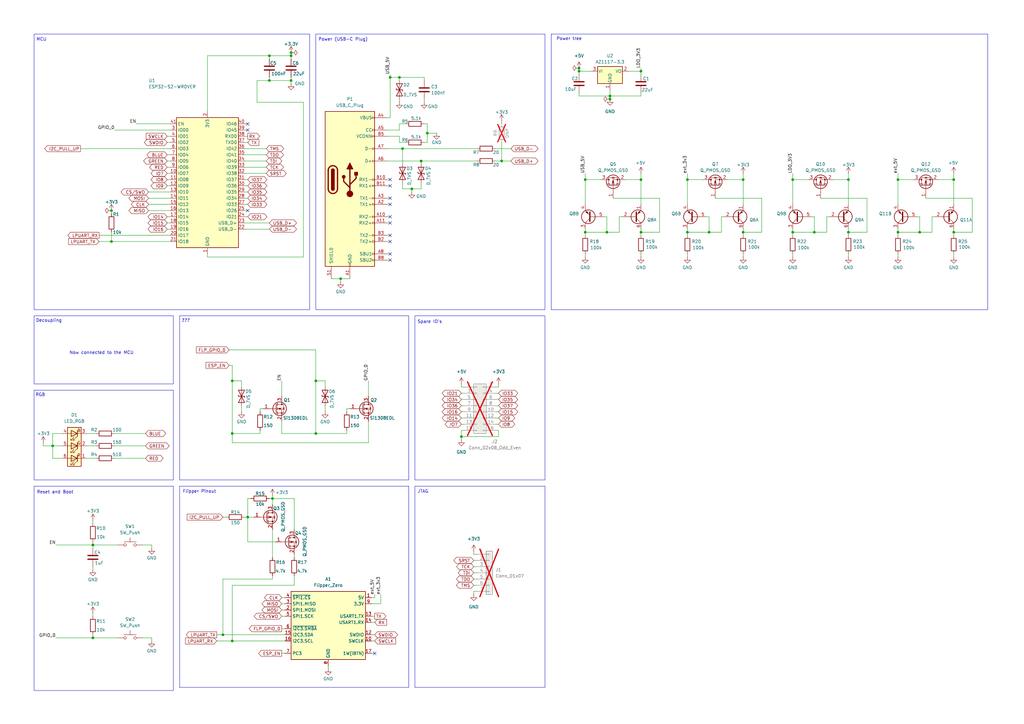
<source format=kicad_sch>
(kicad_sch (version 20250114) (generator "eeschema") (generator_version "9.0")
  (paper "A3")
  (rectangle (start 13.97 199.39) (end 71.12 283.21))
  (rectangle (start 170.18 199.39) (end 223.52 281.94))
  (rectangle (start 170.18 129.54) (end 223.52 196.85))
  (rectangle (start 226.06 13.97) (end 405.13 127))
  (rectangle (start 73.66 199.39) (end 167.64 281.94))
  (rectangle (start 13.97 13.97) (end 127 127))
  (rectangle (start 73.66 129.54) (end 167.64 196.85))
  (rectangle (start 13.97 129.54) (end 71.12 157.48))
  (rectangle (start 129.54 13.97) (end 223.52 127))
  (rectangle (start 13.97 160.02) (end 71.12 196.85))
  (text "Flipper Pinout" (at 81.788 201.676 0) (effects (font (size 1.27 1.27))))
  (text "Reset and Boot" (at 22.606 201.93 0) (effects (font (size 1.27 1.27))))
  (text "Now connected to the MCU" (at 41.656 144.78 0) (effects (font (size 1.27 1.27))))
  (text "???" (at 76.2 131.572 0) (effects (font (size 1.27 1.27))))
  (text "Spare IO's" (at 176.276 132.08 0) (effects (font (size 1.27 1.27))))
  (text "MCU" (at 17.018 16.256 0) (effects (font (size 1.27 1.27))))
  (text "Power (USB-C Plug)" (at 140.716 16.256 0) (effects (font (size 1.27 1.27))))
  (text "JTAG" (at 173.482 201.676 0) (effects (font (size 1.27 1.27))))
  (text "Decoupling" (at 20.066 131.572 0) (effects (font (size 1.27 1.27))))
  (text "RGB" (at 16.51 162.052 0) (effects (font (size 1.27 1.27))))
  (text "Power tree" (at 233.426 16.002 0) (effects (font (size 1.27 1.27))))
  (junction (at 45.72 86.36))
  (junction (at 189.23 179.07))
  (junction (at 119.38 21.59))
  (junction (at 38.1 223.52))
  (junction (at 95.25 177.8))
  (junction (at 368.3 95.25))
  (junction (at 139.7 114.3))
  (junction (at 240.03 95.25))
  (junction (at 165.1 60.96))
  (junction (at 250.19 39.37))
  (junction (at 172.72 66.04))
  (junction (at 119.38 33.02))
  (junction (at 391.16 95.25))
  (junction (at 101.6 212.09))
  (junction (at 304.8 95.25))
  (junction (at 262.89 95.25))
  (junction (at 240.03 73.66))
  (junction (at 290.83 95.25))
  (junction (at 111.76 204.47))
  (junction (at 262.89 73.66))
  (junction (at 175.26 54.61))
  (junction (at 119.38 22.86))
  (junction (at 91.44 260.35))
  (junction (at 262.89 29.21))
  (junction (at 110.49 33.02))
  (junction (at 347.98 95.25))
  (junction (at 347.98 73.66))
  (junction (at 95.25 156.21))
  (junction (at 129.54 156.21))
  (junction (at 163.83 31.75))
  (junction (at 168.91 77.47))
  (junction (at 325.12 95.25))
  (junction (at 45.72 99.06))
  (junction (at 248.92 95.25))
  (junction (at 95.25 262.89))
  (junction (at 129.54 177.8))
  (junction (at 160.02 31.75))
  (junction (at 237.49 27.94))
  (junction (at 205.74 66.04))
  (junction (at 38.1 261.62))
  (junction (at 281.94 73.66))
  (junction (at 250.19 40.64))
  (junction (at 110.49 22.86))
  (junction (at 281.94 95.25))
  (junction (at 334.01 95.25))
  (junction (at 304.8 73.66))
  (junction (at 391.16 73.66))
  (junction (at 237.49 29.21))
  (junction (at 377.19 95.25))
  (junction (at 368.3 73.66))
  (junction (at 21.59 182.88))
  (junction (at 325.12 73.66))
  (no_connect (at 160.02 91.44))
  (no_connect (at 160.02 104.14))
  (no_connect (at 101.6 53.34))
  (no_connect (at 160.02 96.52))
  (no_connect (at 160.02 81.28))
  (no_connect (at 160.02 76.2))
  (no_connect (at 160.02 73.66))
  (no_connect (at 101.6 86.36))
  (no_connect (at 101.6 50.8))
  (no_connect (at 160.02 88.9))
  (no_connect (at 160.02 99.06))
  (no_connect (at 153.67 267.97))
  (no_connect (at 160.02 83.82))
  (no_connect (at 160.02 106.68))
  (wire (pts (xy 93.98 143.51) (xy 129.54 143.51)))
  (wire (pts (xy 339.09 88.9) (xy 339.09 95.25)))
  (wire (pts (xy 120.65 227.33) (xy 120.65 228.6)))
  (wire (pts (xy 194.31 242.57) (xy 194.31 243.84)))
  (wire (pts (xy 62.23 223.52) (xy 62.23 224.79)))
  (wire (pts (xy 68.58 63.5) (xy 69.85 63.5)))
  (wire (pts (xy 347.98 95.25) (xy 347.98 93.98)))
  (wire (pts (xy 368.3 95.25) (xy 368.3 93.98)))
  (wire (pts (xy 111.76 203.2) (xy 111.76 204.47)))
  (wire (pts (xy 175.26 54.61) (xy 179.07 54.61)))
  (wire (pts (xy 55.88 50.8) (xy 69.85 50.8)))
  (wire (pts (xy 304.8 96.52) (xy 304.8 95.25)))
  (wire (pts (xy 325.12 71.12) (xy 325.12 73.66)))
  (wire (pts (xy 38.1 213.36) (xy 38.1 214.63)))
  (wire (pts (xy 21.59 187.96) (xy 21.59 182.88)))
  (wire (pts (xy 33.02 60.96) (xy 69.85 60.96)))
  (wire (pts (xy 124.46 105.41) (xy 85.09 105.41)))
  (wire (pts (xy 295.91 88.9) (xy 295.91 95.25)))
  (wire (pts (xy 391.16 96.52) (xy 391.16 95.25)))
  (wire (pts (xy 111.76 217.17) (xy 111.76 228.6)))
  (wire (pts (xy 251.46 81.28) (xy 270.51 81.28)))
  (wire (pts (xy 68.58 93.98) (xy 69.85 93.98)))
  (wire (pts (xy 106.68 168.91) (xy 106.68 167.64)))
  (wire (pts (xy 35.56 187.96) (xy 39.37 187.96)))
  (wire (pts (xy 158.75 81.28) (xy 160.02 81.28)))
  (wire (pts (xy 290.83 88.9) (xy 289.56 88.9)))
  (wire (pts (xy 368.3 71.12) (xy 368.3 73.66)))
  (wire (pts (xy 119.38 22.86) (xy 119.38 24.13)))
  (wire (pts (xy 248.92 95.25) (xy 240.03 95.25)))
  (wire (pts (xy 135.89 114.3) (xy 139.7 114.3)))
  (wire (pts (xy 105.41 33.02) (xy 110.49 33.02)))
  (wire (pts (xy 391.16 73.66) (xy 391.16 83.82)))
  (wire (pts (xy 262.89 71.12) (xy 262.89 73.66)))
  (wire (pts (xy 95.25 156.21) (xy 99.06 156.21)))
  (wire (pts (xy 95.25 262.89) (xy 116.84 262.89)))
  (wire (pts (xy 240.03 71.12) (xy 240.03 73.66)))
  (wire (pts (xy 377.19 88.9) (xy 375.92 88.9)))
  (wire (pts (xy 115.57 245.11) (xy 116.84 245.11)))
  (wire (pts (xy 60.96 78.74) (xy 69.85 78.74)))
  (wire (pts (xy 21.59 177.8) (xy 21.59 182.88)))
  (wire (pts (xy 262.89 38.1) (xy 262.89 39.37)))
  (wire (pts (xy 250.19 39.37) (xy 250.19 40.64)))
  (wire (pts (xy 142.24 168.91) (xy 142.24 167.64)))
  (wire (pts (xy 173.99 31.75) (xy 173.99 33.02)))
  (wire (pts (xy 110.49 31.75) (xy 110.49 33.02)))
  (wire (pts (xy 106.68 167.64) (xy 107.95 167.64)))
  (wire (pts (xy 100.33 50.8) (xy 101.6 50.8)))
  (wire (pts (xy 355.6 81.28) (xy 355.6 95.25)))
  (wire (pts (xy 60.96 81.28) (xy 69.85 81.28)))
  (wire (pts (xy 334.01 88.9) (xy 334.01 95.25)))
  (wire (pts (xy 203.2 158.75) (xy 204.47 158.75)))
  (wire (pts (xy 379.73 81.28) (xy 398.78 81.28)))
  (wire (pts (xy 205.74 58.42) (xy 205.74 66.04)))
  (wire (pts (xy 95.25 240.03) (xy 95.25 262.89)))
  (wire (pts (xy 158.75 88.9) (xy 160.02 88.9)))
  (wire (pts (xy 129.54 156.21) (xy 129.54 177.8)))
  (wire (pts (xy 189.23 166.37) (xy 190.5 166.37)))
  (wire (pts (xy 204.47 176.53) (xy 204.47 179.07)))
  (wire (pts (xy 100.33 66.04) (xy 109.22 66.04)))
  (wire (pts (xy 304.8 73.66) (xy 304.8 83.82)))
  (wire (pts (xy 158.75 99.06) (xy 160.02 99.06)))
  (wire (pts (xy 189.23 179.07) (xy 189.23 176.53)))
  (wire (pts (xy 240.03 73.66) (xy 240.03 83.82)))
  (wire (pts (xy 160.02 31.75) (xy 160.02 48.26)))
  (wire (pts (xy 68.58 76.2) (xy 69.85 76.2)))
  (wire (pts (xy 163.83 40.64) (xy 163.83 41.91)))
  (wire (pts (xy 255.27 88.9) (xy 254 88.9)))
  (wire (pts (xy 331.47 73.66) (xy 325.12 73.66)))
  (wire (pts (xy 158.75 66.04) (xy 172.72 66.04)))
  (wire (pts (xy 134.62 273.05) (xy 134.62 274.32)))
  (wire (pts (xy 189.23 168.91) (xy 190.5 168.91)))
  (wire (pts (xy 158.75 55.88) (xy 163.83 55.88)))
  (wire (pts (xy 391.16 95.25) (xy 391.16 93.98)))
  (wire (pts (xy 111.76 237.49) (xy 91.44 237.49)))
  (wire (pts (xy 95.25 149.86) (xy 95.25 156.21)))
  (wire (pts (xy 110.49 22.86) (xy 119.38 22.86)))
  (wire (pts (xy 325.12 73.66) (xy 325.12 83.82)))
  (wire (pts (xy 100.33 68.58) (xy 109.22 68.58)))
  (wire (pts (xy 368.3 104.14) (xy 368.3 105.41)))
  (wire (pts (xy 398.78 81.28) (xy 398.78 95.25)))
  (wire (pts (xy 203.2 171.45) (xy 204.47 171.45)))
  (wire (pts (xy 68.58 71.12) (xy 69.85 71.12)))
  (wire (pts (xy 115.57 252.73) (xy 116.84 252.73)))
  (wire (pts (xy 100.33 60.96) (xy 109.22 60.96)))
  (wire (pts (xy 101.6 222.25) (xy 113.03 222.25)))
  (wire (pts (xy 95.25 177.8) (xy 95.25 181.61)))
  (wire (pts (xy 35.56 182.88) (xy 39.37 182.88)))
  (wire (pts (xy 38.1 223.52) (xy 38.1 224.79)))
  (wire (pts (xy 152.4 262.89) (xy 153.67 262.89)))
  (wire (pts (xy 290.83 88.9) (xy 290.83 95.25)))
  (wire (pts (xy 347.98 71.12) (xy 347.98 73.66)))
  (wire (pts (xy 115.57 267.97) (xy 116.84 267.97)))
  (wire (pts (xy 165.1 74.93) (xy 165.1 77.47)))
  (wire (pts (xy 160.02 30.48) (xy 160.02 31.75)))
  (wire (pts (xy 281.94 73.66) (xy 281.94 83.82)))
  (wire (pts (xy 165.1 60.96) (xy 195.58 60.96)))
  (wire (pts (xy 129.54 177.8) (xy 142.24 177.8)))
  (wire (pts (xy 21.59 182.88) (xy 25.4 182.88)))
  (wire (pts (xy 45.72 99.06) (xy 69.85 99.06)))
  (wire (pts (xy 158.75 60.96) (xy 165.1 60.96)))
  (wire (pts (xy 40.64 99.06) (xy 45.72 99.06)))
  (wire (pts (xy 194.31 237.49) (xy 195.58 237.49)))
  (wire (pts (xy 133.35 166.37) (xy 133.35 168.91)))
  (wire (pts (xy 163.83 31.75) (xy 173.99 31.75)))
  (wire (pts (xy 203.2 60.96) (xy 209.55 60.96)))
  (wire (pts (xy 173.99 50.8) (xy 175.26 50.8)))
  (wire (pts (xy 151.13 156.21) (xy 151.13 162.56)))
  (wire (pts (xy 297.18 88.9) (xy 295.91 88.9)))
  (wire (pts (xy 46.99 187.96) (xy 59.69 187.96)))
  (wire (pts (xy 240.03 95.25) (xy 240.03 96.52)))
  (wire (pts (xy 152.4 260.35) (xy 153.67 260.35)))
  (wire (pts (xy 40.64 96.52) (xy 69.85 96.52)))
  (wire (pts (xy 160.02 31.75) (xy 163.83 31.75)))
  (wire (pts (xy 203.2 66.04) (xy 205.74 66.04)))
  (wire (pts (xy 110.49 204.47) (xy 111.76 204.47)))
  (wire (pts (xy 270.51 81.28) (xy 270.51 95.25)))
  (wire (pts (xy 139.7 114.3) (xy 139.7 115.57)))
  (wire (pts (xy 158.75 104.14) (xy 160.02 104.14)))
  (wire (pts (xy 304.8 71.12) (xy 304.8 73.66)))
  (wire (pts (xy 100.33 212.09) (xy 101.6 212.09)))
  (wire (pts (xy 38.1 222.25) (xy 38.1 223.52)))
  (wire (pts (xy 190.5 158.75) (xy 189.23 158.75)))
  (wire (pts (xy 38.1 232.41) (xy 38.1 233.68)))
  (wire (pts (xy 45.72 95.25) (xy 45.72 99.06)))
  (wire (pts (xy 68.58 58.42) (xy 69.85 58.42)))
  (wire (pts (xy 304.8 104.14) (xy 304.8 105.41)))
  (wire (pts (xy 281.94 104.14) (xy 281.94 105.41)))
  (wire (pts (xy 151.13 181.61) (xy 151.13 172.72)))
  (wire (pts (xy 68.58 73.66) (xy 69.85 73.66)))
  (wire (pts (xy 325.12 95.25) (xy 325.12 96.52)))
  (wire (pts (xy 281.94 95.25) (xy 281.94 93.98)))
  (wire (pts (xy 111.76 204.47) (xy 120.65 204.47)))
  (wire (pts (xy 17.78 181.61) (xy 17.78 182.88)))
  (wire (pts (xy 105.41 33.02) (xy 105.41 41.91)))
  (wire (pts (xy 115.57 257.81) (xy 116.84 257.81)))
  (wire (pts (xy 91.44 212.09) (xy 92.71 212.09)))
  (wire (pts (xy 142.24 177.8) (xy 142.24 176.53)))
  (wire (pts (xy 25.4 177.8) (xy 21.59 177.8)))
  (wire (pts (xy 384.81 73.66) (xy 391.16 73.66)))
  (wire (pts (xy 377.19 95.25) (xy 368.3 95.25)))
  (wire (pts (xy 304.8 95.25) (xy 304.8 93.98)))
  (wire (pts (xy 158.75 106.68) (xy 160.02 106.68)))
  (wire (pts (xy 382.27 88.9) (xy 382.27 95.25)))
  (wire (pts (xy 377.19 88.9) (xy 377.19 95.25)))
  (wire (pts (xy 194.31 234.95) (xy 195.58 234.95)))
  (wire (pts (xy 398.78 95.25) (xy 391.16 95.25)))
  (wire (pts (xy 290.83 95.25) (xy 281.94 95.25)))
  (wire (pts (xy 115.57 156.21) (xy 115.57 162.56)))
  (wire (pts (xy 95.25 177.8) (xy 106.68 177.8)))
  (wire (pts (xy 240.03 104.14) (xy 240.03 105.41)))
  (wire (pts (xy 100.33 58.42) (xy 101.6 58.42)))
  (wire (pts (xy 45.72 86.36) (xy 45.72 87.63)))
  (wire (pts (xy 124.46 41.91) (xy 124.46 105.41)))
  (wire (pts (xy 281.94 71.12) (xy 281.94 73.66)))
  (wire (pts (xy 347.98 104.14) (xy 347.98 105.41)))
  (wire (pts (xy 194.31 232.41) (xy 195.58 232.41)))
  (wire (pts (xy 204.47 179.07) (xy 189.23 179.07)))
  (wire (pts (xy 68.58 88.9) (xy 69.85 88.9)))
  (wire (pts (xy 58.42 261.62) (xy 62.23 261.62)))
  (wire (pts (xy 347.98 73.66) (xy 347.98 83.82)))
  (wire (pts (xy 152.4 245.11) (xy 153.67 245.11)))
  (wire (pts (xy 129.54 156.21) (xy 133.35 156.21)))
  (wire (pts (xy 106.68 176.53) (xy 106.68 177.8)))
  (wire (pts (xy 341.63 73.66) (xy 347.98 73.66)))
  (wire (pts (xy 60.96 86.36) (xy 69.85 86.36)))
  (wire (pts (xy 205.74 66.04) (xy 209.55 66.04)))
  (wire (pts (xy 250.19 36.83) (xy 250.19 39.37)))
  (wire (pts (xy 168.91 77.47) (xy 172.72 77.47)))
  (wire (pts (xy 38.1 223.52) (xy 48.26 223.52)))
  (wire (pts (xy 237.49 29.21) (xy 242.57 29.21)))
  (wire (pts (xy 290.83 95.25) (xy 295.91 95.25)))
  (wire (pts (xy 168.91 77.47) (xy 168.91 78.74)))
  (wire (pts (xy 22.86 223.52) (xy 38.1 223.52)))
  (wire (pts (xy 95.25 156.21) (xy 95.25 177.8)))
  (wire (pts (xy 205.74 49.53) (xy 205.74 50.8)))
  (wire (pts (xy 158.75 76.2) (xy 160.02 76.2)))
  (wire (pts (xy 248.92 88.9) (xy 248.92 95.25)))
  (wire (pts (xy 100.33 73.66) (xy 101.6 73.66)))
  (wire (pts (xy 237.49 27.94) (xy 237.49 29.21)))
  (wire (pts (xy 158.75 53.34) (xy 163.83 53.34)))
  (wire (pts (xy 158.75 83.82) (xy 160.02 83.82)))
  (wire (pts (xy 101.6 212.09) (xy 101.6 204.47)))
  (wire (pts (xy 153.67 243.84) (xy 153.67 245.11)))
  (wire (pts (xy 68.58 55.88) (xy 69.85 55.88)))
  (wire (pts (xy 172.72 77.47) (xy 172.72 74.93)))
  (wire (pts (xy 203.2 173.99) (xy 204.47 173.99)))
  (wire (pts (xy 100.33 71.12) (xy 109.22 71.12)))
  (wire (pts (xy 340.36 88.9) (xy 339.09 88.9)))
  (wire (pts (xy 256.54 73.66) (xy 262.89 73.66)))
  (wire (pts (xy 237.49 29.21) (xy 237.49 30.48)))
  (wire (pts (xy 189.23 173.99) (xy 190.5 173.99)))
  (wire (pts (xy 325.12 95.25) (xy 325.12 93.98)))
  (wire (pts (xy 68.58 91.44) (xy 69.85 91.44)))
  (wire (pts (xy 194.31 242.57) (xy 195.58 242.57)))
  (wire (pts (xy 93.98 149.86) (xy 95.25 149.86)))
  (wire (pts (xy 240.03 95.25) (xy 240.03 93.98)))
  (wire (pts (xy 133.35 156.21) (xy 133.35 158.75)))
  (wire (pts (xy 248.92 95.25) (xy 254 95.25)))
  (wire (pts (xy 237.49 39.37) (xy 250.19 39.37)))
  (wire (pts (xy 347.98 96.52) (xy 347.98 95.25)))
  (wire (pts (xy 115.57 177.8) (xy 129.54 177.8)))
  (wire (pts (xy 100.33 83.82) (xy 101.6 83.82)))
  (wire (pts (xy 158.75 96.52) (xy 160.02 96.52)))
  (wire (pts (xy 99.06 166.37) (xy 99.06 168.91)))
  (wire (pts (xy 115.57 172.72) (xy 115.57 177.8)))
  (wire (pts (xy 22.86 261.62) (xy 38.1 261.62)))
  (wire (pts (xy 189.23 163.83) (xy 190.5 163.83)))
  (wire (pts (xy 25.4 187.96) (xy 21.59 187.96)))
  (wire (pts (xy 312.42 95.25) (xy 304.8 95.25)))
  (wire (pts (xy 163.83 31.75) (xy 163.83 33.02)))
  (wire (pts (xy 158.75 91.44) (xy 160.02 91.44)))
  (wire (pts (xy 334.01 95.25) (xy 325.12 95.25)))
  (wire (pts (xy 250.19 39.37) (xy 262.89 39.37)))
  (wire (pts (xy 281.94 95.25) (xy 281.94 96.52)))
  (wire (pts (xy 355.6 95.25) (xy 347.98 95.25)))
  (wire (pts (xy 270.51 95.25) (xy 262.89 95.25)))
  (wire (pts (xy 100.33 63.5) (xy 109.22 63.5)))
  (wire (pts (xy 88.9 262.89) (xy 95.25 262.89)))
  (wire (pts (xy 115.57 250.19) (xy 116.84 250.19)))
  (wire (pts (xy 203.2 168.91) (xy 204.47 168.91)))
  (wire (pts (xy 312.42 81.28) (xy 312.42 95.25)))
  (wire (pts (xy 262.89 27.94) (xy 262.89 29.21)))
  (wire (pts (xy 120.65 204.47) (xy 120.65 217.17)))
  (wire (pts (xy 391.16 71.12) (xy 391.16 73.66)))
  (wire (pts (xy 100.33 91.44) (xy 110.49 91.44)))
  (wire (pts (xy 189.23 157.48) (xy 189.23 158.75)))
  (wire (pts (xy 374.65 73.66) (xy 368.3 73.66)))
  (wire (pts (xy 152.4 267.97) (xy 153.67 267.97)))
  (wire (pts (xy 68.58 66.04) (xy 69.85 66.04)))
  (wire (pts (xy 173.99 58.42) (xy 175.26 58.42)))
  (wire (pts (xy 334.01 95.25) (xy 339.09 95.25)))
  (wire (pts (xy 152.4 255.27) (xy 153.67 255.27)))
  (wire (pts (xy 172.72 66.04) (xy 172.72 67.31)))
  (wire (pts (xy 165.1 60.96) (xy 165.1 67.31)))
  (wire (pts (xy 203.2 166.37) (xy 204.47 166.37)))
  (wire (pts (xy 391.16 104.14) (xy 391.16 105.41)))
  (wire (pts (xy 194.31 240.03) (xy 195.58 240.03)))
  (wire (pts (xy 194.31 227.33) (xy 195.58 227.33)))
  (wire (pts (xy 91.44 260.35) (xy 116.84 260.35)))
  (wire (pts (xy 38.1 251.46) (xy 38.1 252.73)))
  (wire (pts (xy 165.1 77.47) (xy 168.91 77.47)))
  (wire (pts (xy 101.6 204.47) (xy 102.87 204.47)))
  (wire (pts (xy 120.65 236.22) (xy 120.65 240.03)))
  (wire (pts (xy 368.3 95.25) (xy 368.3 96.52)))
  (wire (pts (xy 293.37 81.28) (xy 312.42 81.28)))
  (wire (pts (xy 166.37 50.8) (xy 163.83 50.8)))
  (wire (pts (xy 100.33 86.36) (xy 101.6 86.36)))
  (wire (pts (xy 175.26 54.61) (xy 175.26 50.8)))
  (wire (pts (xy 248.92 88.9) (xy 247.65 88.9)))
  (wire (pts (xy 46.99 53.34) (xy 69.85 53.34)))
  (wire (pts (xy 173.99 40.64) (xy 173.99 41.91)))
  (wire (pts (xy 152.4 252.73) (xy 153.67 252.73)))
  (wire (pts (xy 325.12 104.14) (xy 325.12 105.41)))
  (wire (pts (xy 298.45 73.66) (xy 304.8 73.66)))
  (wire (pts (xy 46.99 177.8) (xy 59.69 177.8)))
  (wire (pts (xy 139.7 114.3) (xy 143.51 114.3)))
  (wire (pts (xy 119.38 21.59) (xy 119.38 22.86)))
  (wire (pts (xy 100.33 88.9) (xy 101.6 88.9)))
  (wire (pts (xy 38.1 260.35) (xy 38.1 261.62)))
  (wire (pts (xy 95.25 181.61) (xy 151.13 181.61)))
  (wire (pts (xy 383.54 88.9) (xy 382.27 88.9)))
  (wire (pts (xy 99.06 156.21) (xy 99.06 158.75)))
  (wire (pts (xy 129.54 143.51) (xy 129.54 156.21)))
  (wire (pts (xy 62.23 261.62) (xy 62.23 262.89)))
  (wire (pts (xy 189.23 176.53) (xy 190.5 176.53)))
  (wire (pts (xy 237.49 38.1) (xy 237.49 39.37)))
  (wire (pts (xy 58.42 223.52) (xy 62.23 223.52)))
  (wire (pts (xy 142.24 167.64) (xy 143.51 167.64)))
  (wire (pts (xy 156.21 243.84) (xy 156.21 247.65)))
  (wire (pts (xy 100.33 53.34) (xy 101.6 53.34)))
  (wire (pts (xy 203.2 163.83) (xy 204.47 163.83)))
  (wire (pts (xy 262.89 104.14) (xy 262.89 105.41)))
  (wire (pts (xy 152.4 247.65) (xy 156.21 247.65)))
  (wire (pts (xy 38.1 261.62) (xy 48.26 261.62)))
  (wire (pts (xy 46.99 182.88) (xy 59.69 182.88)))
  (wire (pts (xy 194.31 226.06) (xy 194.31 227.33)))
  (wire (pts (xy 158.75 73.66) (xy 160.02 73.66)))
  (wire (pts (xy 100.33 93.98) (xy 110.49 93.98)))
  (wire (pts (xy 194.31 229.87) (xy 195.58 229.87)))
  (wire (pts (xy 60.96 83.82) (xy 69.85 83.82)))
  (wire (pts (xy 262.89 96.52) (xy 262.89 95.25)))
  (wire (pts (xy 100.33 78.74) (xy 101.6 78.74)))
  (wire (pts (xy 85.09 22.86) (xy 110.49 22.86)))
  (wire (pts (xy 119.38 31.75) (xy 119.38 33.02)))
  (wire (pts (xy 288.29 73.66) (xy 281.94 73.66)))
  (wire (pts (xy 35.56 177.8) (xy 39.37 177.8)))
  (wire (pts (xy 203.2 161.29) (xy 204.47 161.29)))
  (wire (pts (xy 204.47 157.48) (xy 204.47 158.75)))
  (wire (pts (xy 101.6 212.09) (xy 101.6 222.25)))
  (wire (pts (xy 111.76 204.47) (xy 111.76 207.01)))
  (wire (pts (xy 163.83 50.8) (xy 163.83 53.34)))
  (wire (pts (xy 119.38 33.02) (xy 119.38 34.29)))
  (wire (pts (xy 163.83 58.42) (xy 166.37 58.42)))
  (wire (pts (xy 262.89 73.66) (xy 262.89 83.82)))
  (wire (pts (xy 91.44 237.49) (xy 91.44 260.35)))
  (wire (pts (xy 368.3 73.66) (xy 368.3 83.82)))
  (wire (pts (xy 115.57 247.65) (xy 116.84 247.65)))
  (wire (pts (xy 336.55 81.28) (xy 355.6 81.28)))
  (wire (pts (xy 105.41 41.91) (xy 124.46 41.91)))
  (wire (pts (xy 68.58 68.58) (xy 69.85 68.58)))
  (wire (pts (xy 189.23 161.29) (xy 190.5 161.29)))
  (wire (pts (xy 85.09 104.14) (xy 85.09 105.41)))
  (wire (pts (xy 175.26 54.61) (xy 175.26 58.42)))
  (wire (pts (xy 101.6 212.09) (xy 104.14 212.09)))
  (wire (pts (xy 257.81 29.21) (xy 262.89 29.21)))
  (wire (pts (xy 334.01 88.9) (xy 332.74 88.9)))
  (wire (pts (xy 160.02 48.26) (xy 158.75 48.26)))
  (wire (pts (xy 377.19 95.25) (xy 382.27 95.25)))
  (wire (pts (xy 262.89 95.25) (xy 262.89 93.98)))
  (wire (pts (xy 254 88.9) (xy 254 95.25)))
  (wire (pts (xy 111.76 236.22) (xy 111.76 237.49)))
  (wire (pts (xy 262.89 29.21) (xy 262.89 30.48)))
  (wire (pts (xy 21.59 182.88) (xy 17.78 182.88)))
  (wire (pts (xy 100.33 55.88) (xy 101.6 55.88)))
  (wire (pts (xy 163.83 55.88) (xy 163.83 58.42)))
  (wire (pts (xy 189.23 171.45) (xy 190.5 171.45)))
  (wire (pts (xy 172.72 66.04) (xy 195.58 66.04)))
  (wire (pts (xy 85.09 22.86) (xy 85.09 45.72)))
  (wire (pts (xy 189.23 179.07) (xy 189.23 180.34)))
  (wire (pts (xy 246.38 73.66) (xy 240.03 73.66)))
  (wire (pts (xy 110.49 33.02) (xy 119.38 33.02)))
  (wire (pts (xy 110.49 22.86) (xy 110.49 24.13)))
  (wire (pts (xy 100.33 81.28) (xy 101.6 81.28)))
  (wire (pts (xy 88.9 260.35) (xy 91.44 260.35)))
  (wire (pts (xy 203.2 176.53) (xy 204.47 176.53)))
  (wire (pts (xy 120.65 240.03) (xy 95.25 240.03)))
  (wire (pts (xy 100.33 76.2) (xy 101.6 76.2)))
  (label "USB_5V" (at 160.02 30.48 90))
  (label "USB_5V" (at 240.03 71.12 90))
  (label "EN" (at 55.88 50.8 180))
  (label "ext_5V" (at 368.3 71.12 90))
  (label "GPIO_0" (at 22.86 261.62 180))
  (label "ext_3v3" (at 281.94 71.12 90))
  (label "EN" (at 115.57 156.21 90))
  (label "GPIO_0" (at 46.99 53.34 180))
  (label "ext_3v3" (at 156.21 243.84 90))
  (label "EN" (at 22.86 223.52 180))
  (label "GPIO_0" (at 151.13 156.21 90))
  (label "LDO_3V3" (at 262.89 27.94 90))
  (label "LDO_3V3" (at 325.12 71.12 90))
  (label "ext_5V" (at 153.67 243.84 90))
  (global_label "MOSI" (shape bidirectional) (at 115.57 250.19 180) (property "Intersheetrefs" "${INTERSHEET_REFS}" (effects (hide yes))))
  (global_label "LPUART_TX" (shape output) (at 88.9 260.35 180) (property "Intersheetrefs" "${INTERSHEET_REFS}" (effects (hide yes))))
  (global_label "IO16" (shape bidirectional) (at 189.23 168.91 180) (property "Intersheetrefs" "${INTERSHEET_REFS}" (effects (hide yes))))
  (global_label "TX" (shape output) (at 153.67 252.73 0) (property "Intersheetrefs" "${INTERSHEET_REFS}" (effects (hide yes))))
  (global_label "IO16" (shape bidirectional) (at 68.58 93.98 180) (property "Intersheetrefs" "${INTERSHEET_REFS}" (effects (hide yes))))
  (global_label "BLUE" (shape bidirectional) (at 59.69 177.8 0) (property "Intersheetrefs" "${INTERSHEET_REFS}" (effects (hide yes))))
  (global_label "IO37" (shape bidirectional) (at 204.47 166.37 0) (property "Intersheetrefs" "${INTERSHEET_REFS}" (effects (hide yes))))
  (global_label "ESP_EN" (shape input) (at 93.98 149.86 180) (property "Intersheetrefs" "${INTERSHEET_REFS}" (effects (hide yes))))
  (global_label "RED" (shape bidirectional) (at 68.58 68.58 180) (property "Intersheetrefs" "${INTERSHEET_REFS}" (effects (hide yes))))
  (global_label "IO14" (shape bidirectional) (at 189.23 171.45 180) (property "Intersheetrefs" "${INTERSHEET_REFS}" (effects (hide yes))))
  (global_label "TDI" (shape bidirectional) (at 109.22 66.04 0) (property "Intersheetrefs" "${INTERSHEET_REFS}" (effects (hide yes))))
  (global_label "IO35" (shape bidirectional) (at 101.6 78.74 0) (property "Intersheetrefs" "${INTERSHEET_REFS}" (effects (hide yes))))
  (global_label "SWCLK" (shape input) (at 68.58 55.88 180) (property "Intersheetrefs" "${INTERSHEET_REFS}" (effects (hide yes))))
  (global_label "USB_D+" (shape bidirectional) (at 209.55 66.04 0) (property "Intersheetrefs" "${INTERSHEET_REFS}" (effects (hide yes))))
  (global_label "TX" (shape input) (at 101.6 58.42 0) (property "Intersheetrefs" "${INTERSHEET_REFS}" (effects (hide yes))))
  (global_label "SRST" (shape bidirectional) (at 194.31 229.87 180) (property "Intersheetrefs" "${INTERSHEET_REFS}" (effects (hide yes))))
  (global_label "RX" (shape input) (at 153.67 255.27 0) (property "Intersheetrefs" "${INTERSHEET_REFS}" (effects (hide yes))))
  (global_label "IO37" (shape bidirectional) (at 101.6 73.66 0) (property "Intersheetrefs" "${INTERSHEET_REFS}" (effects (hide yes))))
  (global_label "FLP_GPIO_0" (shape output) (at 115.57 257.81 180) (property "Intersheetrefs" "${INTERSHEET_REFS}" (effects (hide yes))))
  (global_label "IO15" (shape bidirectional) (at 68.58 91.44 180) (property "Intersheetrefs" "${INTERSHEET_REFS}" (effects (hide yes))))
  (global_label "IO36" (shape bidirectional) (at 189.23 166.37 180) (property "Intersheetrefs" "${INTERSHEET_REFS}" (effects (hide yes))))
  (global_label "TCK" (shape bidirectional) (at 194.31 232.41 180) (property "Intersheetrefs" "${INTERSHEET_REFS}" (effects (hide yes))))
  (global_label "MOSI" (shape bidirectional) (at 60.96 81.28 180) (property "Intersheetrefs" "${INTERSHEET_REFS}" (effects (hide yes))))
  (global_label "USB_D-" (shape bidirectional) (at 209.55 60.96 0) (property "Intersheetrefs" "${INTERSHEET_REFS}" (effects (hide yes))))
  (global_label "TDO" (shape bidirectional) (at 194.31 237.49 180) (property "Intersheetrefs" "${INTERSHEET_REFS}" (effects (hide yes))))
  (global_label "IO8" (shape bidirectional) (at 204.47 173.99 0) (property "Intersheetrefs" "${INTERSHEET_REFS}" (effects (hide yes))))
  (global_label "IO7" (shape bidirectional) (at 68.58 71.12 180) (property "Intersheetrefs" "${INTERSHEET_REFS}" (effects (hide yes))))
  (global_label "BLUE" (shape bidirectional) (at 68.58 63.5 180) (property "Intersheetrefs" "${INTERSHEET_REFS}" (effects (hide yes))))
  (global_label "LPUART_TX" (shape input) (at 40.64 99.06 180) (property "Intersheetrefs" "${INTERSHEET_REFS}" (effects (hide yes))))
  (global_label "IO14" (shape bidirectional) (at 68.58 88.9 180) (property "Intersheetrefs" "${INTERSHEET_REFS}" (effects (hide yes))))
  (global_label "IO9" (shape bidirectional) (at 68.58 76.2 180) (property "Intersheetrefs" "${INTERSHEET_REFS}" (effects (hide yes))))
  (global_label "TDO" (shape bidirectional) (at 109.22 63.5 0) (property "Intersheetrefs" "${INTERSHEET_REFS}" (effects (hide yes))))
  (global_label "USB_D-" (shape bidirectional) (at 110.49 93.98 0) (property "Intersheetrefs" "${INTERSHEET_REFS}" (effects (hide yes))))
  (global_label "TMS" (shape bidirectional) (at 194.31 240.03 180) (property "Intersheetrefs" "${INTERSHEET_REFS}" (effects (hide yes))))
  (global_label "SRST" (shape bidirectional) (at 109.22 71.12 0) (property "Intersheetrefs" "${INTERSHEET_REFS}" (effects (hide yes))))
  (global_label "GREEN" (shape bidirectional) (at 59.69 182.88 0) (property "Intersheetrefs" "${INTERSHEET_REFS}" (effects (hide yes))))
  (global_label "IO34" (shape bidirectional) (at 101.6 81.28 0) (property "Intersheetrefs" "${INTERSHEET_REFS}" (effects (hide yes))))
  (global_label "LPUART_RX" (shape output) (at 40.64 96.52 180) (property "Intersheetrefs" "${INTERSHEET_REFS}" (effects (hide yes))))
  (global_label "USB_D+" (shape bidirectional) (at 110.49 91.44 0) (property "Intersheetrefs" "${INTERSHEET_REFS}" (effects (hide yes))))
  (global_label "IO35" (shape bidirectional) (at 204.47 163.83 0) (property "Intersheetrefs" "${INTERSHEET_REFS}" (effects (hide yes))))
  (global_label "SWCLK" (shape input) (at 153.67 262.89 0) (property "Intersheetrefs" "${INTERSHEET_REFS}" (effects (hide yes))))
  (global_label "IO9" (shape bidirectional) (at 204.47 171.45 0) (property "Intersheetrefs" "${INTERSHEET_REFS}" (effects (hide yes))))
  (global_label "CS{slash}SWO" (shape bidirectional) (at 60.96 78.74 180) (property "Intersheetrefs" "${INTERSHEET_REFS}" (effects (hide yes))))
  (global_label "IO7" (shape bidirectional) (at 189.23 173.99 180) (property "Intersheetrefs" "${INTERSHEET_REFS}" (effects (hide yes))))
  (global_label "MISO" (shape bidirectional) (at 115.57 247.65 180) (property "Intersheetrefs" "${INTERSHEET_REFS}" (effects (hide yes))))
  (global_label "TCK" (shape bidirectional) (at 109.22 68.58 0) (property "Intersheetrefs" "${INTERSHEET_REFS}" (effects (hide yes))))
  (global_label "LPUART_RX" (shape input) (at 88.9 262.89 180) (property "Intersheetrefs" "${INTERSHEET_REFS}" (effects (hide yes))))
  (global_label "IO33" (shape bidirectional) (at 101.6 83.82 0) (property "Intersheetrefs" "${INTERSHEET_REFS}" (effects (hide yes))))
  (global_label "IO36" (shape bidirectional) (at 101.6 76.2 0) (property "Intersheetrefs" "${INTERSHEET_REFS}" (effects (hide yes))))
  (global_label "SWDIO" (shape bidirectional) (at 153.67 260.35 0) (property "Intersheetrefs" "${INTERSHEET_REFS}" (effects (hide yes))))
  (global_label "IO21" (shape bidirectional) (at 189.23 161.29 180) (property "Intersheetrefs" "${INTERSHEET_REFS}" (effects (hide yes))))
  (global_label "GREEN" (shape bidirectional) (at 68.58 66.04 180) (property "Intersheetrefs" "${INTERSHEET_REFS}" (effects (hide yes))))
  (global_label "FLP_GPIO_0" (shape input) (at 93.98 143.51 180) (property "Intersheetrefs" "${INTERSHEET_REFS}" (effects (hide yes))))
  (global_label "IO34" (shape bidirectional) (at 189.23 163.83 180) (property "Intersheetrefs" "${INTERSHEET_REFS}" (effects (hide yes))))
  (global_label "SWDIO" (shape bidirectional) (at 68.58 58.42 180) (property "Intersheetrefs" "${INTERSHEET_REFS}" (effects (hide yes))))
  (global_label "IO15" (shape bidirectional) (at 204.47 168.91 0) (property "Intersheetrefs" "${INTERSHEET_REFS}" (effects (hide yes))))
  (global_label "RX" (shape output) (at 101.6 55.88 0) (property "Intersheetrefs" "${INTERSHEET_REFS}" (effects (hide yes))))
  (global_label "CLK" (shape bidirectional) (at 115.57 245.11 180) (property "Intersheetrefs" "${INTERSHEET_REFS}" (effects (hide yes))))
  (global_label "RED" (shape bidirectional) (at 59.69 187.96 0) (property "Intersheetrefs" "${INTERSHEET_REFS}" (effects (hide yes))))
  (global_label "I2C_PULL_UP" (shape output) (at 33.02 60.96 180) (property "Intersheetrefs" "${INTERSHEET_REFS}" (effects (hide yes))))
  (global_label "TMS" (shape bidirectional) (at 109.22 60.96 0) (property "Intersheetrefs" "${INTERSHEET_REFS}" (effects (hide yes))))
  (global_label "I2C_PULL_UP" (shape input) (at 91.44 212.09 180) (property "Intersheetrefs" "${INTERSHEET_REFS}" (effects (hide yes))))
  (global_label "IO8" (shape bidirectional) (at 68.58 73.66 180) (property "Intersheetrefs" "${INTERSHEET_REFS}" (effects (hide yes))))
  (global_label "ESP_EN" (shape output) (at 115.57 267.97 180) (property "Intersheetrefs" "${INTERSHEET_REFS}" (effects (hide yes))))
  (global_label "MISO" (shape bidirectional) (at 60.96 86.36 180) (property "Intersheetrefs" "${INTERSHEET_REFS}" (effects (hide yes))))
  (global_label "TDI" (shape bidirectional) (at 194.31 234.95 180) (property "Intersheetrefs" "${INTERSHEET_REFS}" (effects (hide yes))))
  (global_label "CS{slash}SWO" (shape bidirectional) (at 115.57 252.73 180) (property "Intersheetrefs" "${INTERSHEET_REFS}" (effects (hide yes))))
  (global_label "IO33" (shape bidirectional) (at 204.47 161.29 0) (property "Intersheetrefs" "${INTERSHEET_REFS}" (effects (hide yes))))
  (global_label "IO21" (shape bidirectional) (at 101.6 88.9 0) (property "Intersheetrefs" "${INTERSHEET_REFS}" (effects (hide yes))))
  (global_label "CLK" (shape bidirectional) (at 60.96 83.82 180) (property "Intersheetrefs" "${INTERSHEET_REFS}" (effects (hide yes))))
  (symbol (lib_id "Device:R") (at 45.72 91.44 0) (unit 1)
    (property "Reference" "R1" (at 46.228 87.884 0) (effects (justify left)))
    (property "Value" "10k" (at 46.228 95.25 0) (effects (justify left)))
    (property "Footprint" "Resistor_SMD:R_0603_1608Metric" (effects (hide yes)))
    (property "Description" "Resistor" (effects (hide yes)))
  )
  (symbol (lib_id "power:GND") (at 99.06 168.91 0) (unit 1)
    (property "Reference" "#PWR018" (effects (hide yes)))
    (property "Value" "GND" (at 99.06 172.974 0))
    (property "Description" "Power symbol creates a global label with name \"GND\" , ground" (effects (hide yes)))
  )
  (symbol (lib_id "Device:C") (at 38.1 228.6 0) (unit 1)
    (property "Reference" "C4" (at 38.608 226.568 0) (effects (justify left)))
    (property "Value" "1uF" (at 38.862 230.886 0) (effects (justify left)))
    (property "Footprint" "Capacitor_SMD:C_0603_1608Metric" (effects (hide yes)))
    (property "Description" "Unpolarized capacitor" (effects (hide yes)))
  )
  (symbol (lib_id "Device:R") (at 347.98 100.33 0) (unit 1)
    (property "Reference" "R23" (at 349.758 99.06 0) (effects (justify left)))
    (property "Value" "100k" (at 350.012 101.346 0) (effects (justify left)))
    (property "Footprint" "Resistor_SMD:R_0603_1608Metric" (effects (hide yes)))
    (property "Description" "Resistor" (effects (hide yes)))
  )
  (symbol (lib_id "power:GND") (at 38.1 233.68 0) (unit 1)
    (property "Reference" "#PWR013" (effects (hide yes)))
    (property "Value" "GND" (at 38.1 237.744 0))
    (property "Description" "Power symbol creates a global label with name \"GND\" , ground" (effects (hide yes)))
  )
  (symbol (lib_id "Device:C") (at 262.89 34.29 0) (unit 1)
    (property "Reference" "C1" (at 263.652 32.258 0) (effects (justify left)))
    (property "Value" "22uF" (at 263.144 36.83 0) (effects (justify left)))
    (property "Footprint" "Capacitor_SMD:C_0603_1608Metric" (effects (hide yes)))
    (property "Description" "Unpolarized capacitor" (effects (hide yes)))
  )
  (symbol (lib_id "Transistor_FET:Q_PMOS_GSD") (at 118.11 222.25 0) (unit 1)
    (property "Reference" "Q4" (at 120.904 218.694 0) (effects (justify left)))
    (property "Value" "Q_PMOS_GSD" (at 124.968 228.346 90) (effects (justify left)))
    (property "Footprint" "Package_TO_SOT_SMD:SOT-23" (effects (hide yes)))
    (property "Description" "P-MOSFET transistor, gate/source/drain" (effects (hide yes)))
    (property "Note" "DMP2004TK-7 " (effects (hide yes)))
  )
  (symbol (lib_id "Device:R") (at 262.89 100.33 0) (unit 1)
    (property "Reference" "R19" (at 264.668 99.06 0) (effects (justify left)))
    (property "Value" "100k" (at 264.922 101.346 0) (effects (justify left)))
    (property "Footprint" "Resistor_SMD:R_0603_1608Metric" (effects (hide yes)))
    (property "Description" "Resistor" (effects (hide yes)))
  )
  (symbol (lib_id "Device:LED_RGB") (at 30.48 182.88 180) (unit 1)
    (property "Reference" "D1" (at 30.48 170.18 0))
    (property "Value" "LED_RGB" (at 30.48 172.72 0))
    (property "Footprint" "LED_SMD:LED_Avago_PLCC6_3x2.8mm" (effects (hide yes)))
    (property "Description" "RGB LED, 6 pin package" (effects (hide yes)))
  )
  (symbol (lib_id "Device:R") (at 170.18 58.42 90) (unit 1)
    (property "Reference" "R6" (at 166.116 57.404 90))
    (property "Value" "5.1k" (at 170.688 56.134 90))
    (property "Footprint" "Resistor_SMD:R_0603_1608Metric" (effects (hide yes)))
    (property "Description" "Resistor" (effects (hide yes)))
  )
  (symbol (lib_id "power:GND") (at 347.98 105.41 0) (unit 1)
    (property "Reference" "#PWR037" (effects (hide yes)))
    (property "Value" "GND" (at 347.98 109.728 0))
    (property "Description" "Power symbol creates a global label with name \"GND\" , ground" (effects (hide yes)))
  )
  (symbol (lib_id "power:+5V") (at 391.16 71.12 0) (unit 1)
    (property "Reference" "#PWR039" (effects (hide yes)))
    (property "Value" "+5V" (at 390.906 66.802 0))
    (property "Description" "Power symbol creates a global label with name \"+5V\"" (effects (hide yes)))
  )
  (symbol (lib_id "Device:R") (at 43.18 187.96 270) (unit 1)
    (property "Reference" "R4" (at 38.608 186.436 90))
    (property "Value" "510" (at 48.006 186.436 90))
    (property "Footprint" "Resistor_SMD:R_0603_1608Metric" (effects (hide yes)))
    (property "Description" "Resistor" (effects (hide yes)))
  )
  (symbol (lib_id "Transistor_BJT:Q_Dual_PNP_PNP_E1B1C2E2B2C1") (at 388.62 88.9 0) (mirror x) (unit 1)
    (property "Reference" "Q11" (at 393.7 90.1701 0) (effects (justify left)))
    (property "Value" "Q_Dual_PNP_PNP_E1B1C2E2B2C1" (effects (hide yes)))
    (property "Footprint" "Package_TO_SOT_SMD:SOT-363_SC-70-6" (effects (hide yes)))
    (property "Description" "Dual PNP transistor, 6 pin package" (effects (hide yes)))
    (property "NOte" "MMDT2907A-7-F " (effects (hide yes)))
  )
  (symbol (lib_id "Device:R") (at 391.16 100.33 0) (unit 1)
    (property "Reference" "R25" (at 392.938 99.06 0) (effects (justify left)))
    (property "Value" "100k" (at 393.192 101.346 0) (effects (justify left)))
    (property "Footprint" "Resistor_SMD:R_0603_1608Metric" (effects (hide yes)))
    (property "Description" "Resistor" (effects (hide yes)))
  )
  (symbol (lib_id "power:GND") (at 139.7 115.57 0) (unit 1)
    (property "Reference" "#PWR06" (effects (hide yes)))
    (property "Value" "GND" (at 139.7 119.634 0))
    (property "Description" "Power symbol creates a global label with name \"GND\" , ground" (effects (hide yes)))
  )
  (symbol (lib_id "Device:D_TVS") (at 172.72 71.12 90) (unit 1)
    (property "Reference" "D4" (at 174.244 69.088 90) (effects (justify right)))
    (property "Value" "D_TVS" (at 175.768 70.358 0) (effects (justify right)))
    (property "Footprint" "Diode_SMD:D_0201_0603Metric" (effects (hide yes)))
    (property "Description" "Bidirectional transient-voltage-suppression diode" (effects (hide yes)))
    (property "Note" "ESD230B1W0201E6327XTSA1" (effects (hide yes)))
  )
  (symbol (lib_id "Device:R") (at 368.3 100.33 0) (unit 1)
    (property "Reference" "R24" (at 370.078 99.06 0) (effects (justify left)))
    (property "Value" "100k" (at 370.332 101.6 0) (effects (justify left)))
    (property "Footprint" "Resistor_SMD:R_0603_1608Metric" (effects (hide yes)))
    (property "Description" "Resistor" (effects (hide yes)))
  )
  (symbol (lib_id "Transistor_BJT:Q_Dual_PNP_PNP_E1B1C2E2B2C1") (at 345.44 88.9 0) (mirror x) (unit 1)
    (property "Reference" "Q9" (at 350.52 90.1701 0) (effects (justify left)))
    (property "Value" "Q_Dual_PNP_PNP_E1B1C2E2B2C1" (effects (hide yes)))
    (property "Footprint" "Package_TO_SOT_SMD:SOT-363_SC-70-6" (effects (hide yes)))
    (property "Description" "Dual PNP transistor, 6 pin package" (effects (hide yes)))
    (property "NOte" "MMDT2907A-7-F " (effects (hide yes)))
  )
  (symbol (lib_id "Device:C") (at 110.49 27.94 0) (unit 1)
    (property "Reference" "C5" (at 110.744 25.908 0) (effects (justify left)))
    (property "Value" "100nF" (at 111.252 30.226 0) (effects (justify left)))
    (property "Footprint" "Capacitor_SMD:C_0603_1608Metric" (effects (hide yes)))
    (property "Description" "Unpolarized capacitor" (effects (hide yes)))
  )
  (symbol (lib_id "Device:R") (at 304.8 100.33 0) (unit 1)
    (property "Reference" "R21" (at 306.578 99.06 0) (effects (justify left)))
    (property "Value" "100k" (at 306.832 101.346 0) (effects (justify left)))
    (property "Footprint" "Resistor_SMD:R_0603_1608Metric" (effects (hide yes)))
    (property "Description" "Resistor" (effects (hide yes)))
  )
  (symbol (lib_id "Device:R") (at 325.12 100.33 0) (unit 1)
    (property "Reference" "R22" (at 326.898 99.06 0) (effects (justify left)))
    (property "Value" "100k" (at 327.152 101.6 0) (effects (justify left)))
    (property "Footprint" "Resistor_SMD:R_0603_1608Metric" (effects (hide yes)))
    (property "Description" "Resistor" (effects (hide yes)))
  )
  (symbol (lib_id "power:GND") (at 173.99 41.91 0) (unit 1)
    (property "Reference" "#PWR010" (effects (hide yes)))
    (property "Value" "GND" (at 177.546 43.688 0))
    (property "Description" "Power symbol creates a global label with name \"GND\" , ground" (effects (hide yes)))
  )
  (symbol (lib_id "RF_Module:ESP32-S2-WROVER") (at 85.09 76.2 0) (unit 1)
    (property "Reference" "U1" (at 60.96 33.02 0) (effects (justify left)))
    (property "Value" "ESP32-S2-WROVER" (at 60.96 35.56 0) (effects (justify left)))
    (property "Footprint" "RF_Module:ESP32-S2-WROVER" (effects (hide yes)))
    (property "Datasheet" "https://www.espressif.com/sites/default/files/documentation/esp32-s2-wroom_esp32-s2-wroom-i_datasheet_en.pdf" (effects (hide yes)))
    (property "Description" "RF Module, ESP32-D0WDQ6 SoC, Wi-Fi 802.11b/g/n, 32-bit, 2.7-3.6V, onboard antenna, SMD" (effects (hide yes)))
  )
  (symbol (lib_id "Transistor_FET:Q_PMOS_GSD") (at 251.46 76.2 90) (unit 1)
    (property "Reference" "Q5" (at 251.46 67.31 90))
    (property "Value" "Q_PMOS_GSD" (at 251.46 69.85 90))
    (property "Footprint" "Package_TO_SOT_SMD:SOT-23" (effects (hide yes)))
    (property "Description" "P-MOSFET transistor, gate/source/drain" (effects (hide yes)))
    (property "note" "DMP1045U-7 " (effects (hide yes)))
  )
  (symbol (lib_id "power:+3V3") (at 347.98 71.12 0) (unit 1)
    (property "Reference" "#PWR036" (effects (hide yes)))
    (property "Value" "+3V3" (at 347.98 67.564 0))
    (property "Description" "Power symbol creates a global label with name \"+3V3\"" (effects (hide yes)))
  )
  (symbol (lib_id "Transistor_BJT:Q_Dual_PNP_PNP_E1B1C2E2B2C1") (at 260.35 88.9 0) (mirror x) (unit 1)
    (property "Reference" "Q8" (at 265.43 90.1701 0) (effects (justify left)))
    (property "Value" "Q_Dual_PNP_PNP_E1B1C2E2B2C1" (effects (hide yes)))
    (property "Footprint" "Package_TO_SOT_SMD:SOT-363_SC-70-6" (effects (hide yes)))
    (property "Description" "Dual PNP transistor, 6 pin package" (effects (hide yes)))
    (property "NOte" "MMDT2907A-7-F " (effects (hide yes)))
  )
  (symbol (lib_id "power:GND") (at 240.03 105.41 0) (unit 1)
    (property "Reference" "#PWR029" (effects (hide yes)))
    (property "Value" "GND" (at 240.03 109.728 0))
    (property "Description" "Power symbol creates a global label with name \"GND\" , ground" (effects (hide yes)))
  )
  (symbol (lib_id "power:+3V3") (at 45.72 86.36 0) (unit 1)
    (property "Reference" "#PWR04" (effects (hide yes)))
    (property "Value" "+3V3" (at 45.72 82.804 0))
    (property "Description" "Power symbol creates a global label with name \"+3V3\"" (effects (hide yes)))
  )
  (symbol (lib_id "Transistor_FET:Q_PMOS_GSD") (at 109.22 212.09 0) (unit 1)
    (property "Reference" "Q3" (at 112.014 208.534 0) (effects (justify left)))
    (property "Value" "Q_PMOS_GSD" (at 116.078 218.186 90) (effects (justify left)))
    (property "Footprint" "Package_TO_SOT_SMD:SOT-23" (effects (hide yes)))
    (property "Description" "P-MOSFET transistor, gate/source/drain" (effects (hide yes)))
    (property "Note" "DMP2004TK-7 " (effects (hide yes)))
  )
  (symbol (lib_id "Regulator_Linear:AZ1117-3.3") (at 250.19 29.21 0) (unit 1)
    (property "Reference" "U2" (at 250.19 22.86 0))
    (property "Value" "AZ1117-3.3" (at 250.19 25.4 0))
    (property "Footprint" "Package_TO_SOT_SMD:SOT-223" (effects (hide yes)))
    (property "Datasheet" "https://www.diodes.com/assets/Datasheets/AZ1117.pdf" (effects (hide yes)))
    (property "Description" "1A 20V Fixed LDO Linear Regulator, 3.3V, SOT-89/SOT-223/TO-220/TO-252/TO-263" (effects (hide yes)))
  )
  (symbol (lib_id "Device:R") (at 43.18 182.88 270) (unit 1)
    (property "Reference" "R3" (at 38.608 181.356 90))
    (property "Value" "150" (at 48.006 181.356 90))
    (property "Footprint" "Resistor_SMD:R_0603_1608Metric" (effects (hide yes)))
    (property "Description" "Resistor" (effects (hide yes)))
  )
  (symbol (lib_id "power:+5V") (at 237.49 27.94 0) (unit 1)
    (property "Reference" "#PWR02" (effects (hide yes)))
    (property "Value" "+5V" (at 237.49 22.86 0))
    (property "Description" "Power symbol creates a global label with name \"+5V\"" (effects (hide yes)))
  )
  (symbol (lib_id "power:+3V3") (at 204.47 157.48 0) (unit 1)
    (property "Reference" "#PWR021" (effects (hide yes)))
    (property "Value" "+3V3" (at 204.47 152.4 0))
    (property "Description" "Power symbol creates a global label with name \"+3V3\"" (effects (hide yes)))
  )
  (symbol (lib_id "power:GND") (at 194.31 243.84 0) (unit 1)
    (property "Reference" "#PWR025" (effects (hide yes)))
    (property "Value" "GND" (at 194.31 248.92 0))
    (property "Description" "Power symbol creates a global label with name \"GND\" , ground" (effects (hide yes)))
  )
  (symbol (lib_id "power:GND") (at 281.94 105.41 0) (unit 1)
    (property "Reference" "#PWR032" (effects (hide yes)))
    (property "Value" "GND" (at 281.94 109.728 0))
    (property "Description" "Power symbol creates a global label with name \"GND\" , ground" (effects (hide yes)))
  )
  (symbol (lib_id "Device:C") (at 173.99 36.83 0) (unit 1)
    (property "Reference" "C3" (at 176.784 35.56 0) (effects (justify left)))
    (property "Value" "100nf" (at 176.784 38.1 0) (effects (justify left)))
    (property "Footprint" "Capacitor_SMD:C_0603_1608Metric" (effects (hide yes)))
    (property "Description" "Unpolarized capacitor" (effects (hide yes)))
  )
  (symbol (lib_id "power:GND") (at 134.62 274.32 0) (unit 1)
    (property "Reference" "#PWR023" (effects (hide yes)))
    (property "Value" "GND" (at 134.62 278.384 0))
    (property "Description" "Power symbol creates a global label with name \"GND\" , ground" (effects (hide yes)))
  )
  (symbol (lib_id "Transistor_BJT:Q_Dual_PNP_PNP_E1B1C2E2B2C1") (at 242.57 88.9 180) (unit 2)
    (property "Reference" "Q8" (at 237.49 87.6299 0) (effects (justify left)))
    (property "Value" "Q_Dual_PNP_PNP_E1B1C2E2B2C1" (effects (hide yes)))
    (property "Footprint" "Package_TO_SOT_SMD:SOT-363_SC-70-6" (effects (hide yes)))
    (property "Description" "Dual PNP transistor, 6 pin package" (effects (hide yes)))
    (property "NOte" "MMDT2907A-7-F " (effects (hide yes)))
  )
  (symbol (lib_id "power:GND") (at 250.19 40.64 0) (unit 1)
    (property "Reference" "#PWR01" (effects (hide yes)))
    (property "Value" "GND" (at 250.19 45.72 0))
    (property "Description" "Power symbol creates a global label with name \"GND\" , ground" (effects (hide yes)))
  )
  (symbol (lib_id "Device:R") (at 199.39 66.04 270) (unit 1)
    (property "Reference" "R8" (at 195.326 67.564 90))
    (property "Value" "20" (at 203.454 67.564 90))
    (property "Footprint" "Resistor_SMD:R_0603_1608Metric" (effects (hide yes)))
    (property "Description" "Resistor" (effects (hide yes)))
  )
  (symbol (lib_id "power:GND") (at 325.12 105.41 0) (unit 1)
    (property "Reference" "#PWR035" (effects (hide yes)))
    (property "Value" "GND" (at 325.12 109.728 0))
    (property "Description" "Power symbol creates a global label with name \"GND\" , ground" (effects (hide yes)))
  )
  (symbol (lib_id "power:PWR_FLAG") (at 250.19 40.64 90) (unit 1)
    (property "Reference" "#FLG04" (effects (hide yes)))
    (property "Value" "PWR_FLAG" (effects (hide yes)))
    (property "Description" "Special symbol for telling ERC where power comes from" (effects (hide yes)))
  )
  (symbol (lib_id "Device:R") (at 199.39 60.96 270) (unit 1)
    (property "Reference" "R7" (at 195.326 62.484 90))
    (property "Value" "20" (at 203.454 62.484 90))
    (property "Footprint" "Resistor_SMD:R_0603_1608Metric" (effects (hide yes)))
    (property "Description" "Resistor" (effects (hide yes)))
  )
  (symbol (lib_id "Device:C") (at 237.49 34.29 0) (unit 1)
    (property "Reference" "C2" (at 234.442 32.258 0) (effects (justify left)))
    (property "Value" "10uF" (at 231.648 36.576 0) (effects (justify left)))
    (property "Footprint" "Capacitor_SMD:C_0603_1608Metric" (effects (hide yes)))
    (property "Description" "Unpolarized capacitor" (effects (hide yes)))
  )
  (symbol (lib_id "Transistor_BJT:Q_Dual_PNP_PNP_E1B1C2E2B2C1") (at 327.66 88.9 180) (unit 2)
    (property "Reference" "Q9" (at 322.58 87.6299 0) (effects (justify left)))
    (property "Value" "Q_Dual_PNP_PNP_E1B1C2E2B2C1" (effects (hide yes)))
    (property "Footprint" "Package_TO_SOT_SMD:SOT-363_SC-70-6" (effects (hide yes)))
    (property "Description" "Dual PNP transistor, 6 pin package" (effects (hide yes)))
    (property "NOte" "MMDT2907A-7-F " (effects (hide yes)))
  )
  (symbol (lib_id "Device:D_TVS") (at 133.35 162.56 90) (unit 1)
    (property "Reference" "D6" (at 134.874 160.528 90) (effects (justify right)))
    (property "Value" "D_TVS" (at 136.144 161.798 0) (effects (justify right)))
    (property "Footprint" "Diode_SMD:D_0201_0603Metric" (effects (hide yes)))
    (property "Description" "Bidirectional transient-voltage-suppression diode" (effects (hide yes)))
    (property "Note" "ESD241B1W0201E6327XTSA1 " (effects (hide yes)))
  )
  (symbol (lib_id "power:+3.3V") (at 119.38 21.59 0) (unit 1)
    (property "Reference" "#PWR027" (effects (hide yes)))
    (property "Value" "+3.3V" (at 119.38 18.034 0))
    (property "Description" "Power symbol creates a global label with name \"+3.3V\"" (effects (hide yes)))
  )
  (symbol (lib_id "power:GND") (at 133.35 168.91 0) (unit 1)
    (property "Reference" "#PWR019" (effects (hide yes)))
    (property "Value" "GND" (at 133.35 172.974 0))
    (property "Description" "Power symbol creates a global label with name \"GND\" , ground" (effects (hide yes)))
  )
  (symbol (lib_id "Transistor_BJT:Q_Dual_PNP_PNP_E1B1C2E2B2C1") (at 284.48 88.9 180) (unit 2)
    (property "Reference" "Q6" (at 279.4 87.6299 0) (effects (justify left)))
    (property "Value" "Q_Dual_PNP_PNP_E1B1C2E2B2C1" (effects (hide yes)))
    (property "Footprint" "Package_TO_SOT_SMD:SOT-363_SC-70-6" (effects (hide yes)))
    (property "Description" "Dual PNP transistor, 6 pin package" (effects (hide yes)))
    (property "NOte" "MMDT2907A-7-F " (effects (hide yes)))
  )
  (symbol (lib_id "Device:R") (at 281.94 100.33 0) (unit 1)
    (property "Reference" "R20" (at 283.718 99.06 0) (effects (justify left)))
    (property "Value" "100k" (at 283.972 101.6 0) (effects (justify left)))
    (property "Footprint" "Resistor_SMD:R_0603_1608Metric" (effects (hide yes)))
    (property "Description" "Resistor" (effects (hide yes)))
  )
  (symbol (lib_id "power:+5V") (at 262.89 71.12 0) (unit 1)
    (property "Reference" "#PWR031" (effects (hide yes)))
    (property "Value" "+5V" (at 262.636 66.802 0))
    (property "Description" "Power symbol creates a global label with name \"+5V\"" (effects (hide yes)))
  )
  (symbol (lib_id "Device:R") (at 111.76 232.41 0) (unit 1)
    (property "Reference" "R16" (at 115.062 230.632 0))
    (property "Value" "4.7k" (at 115.062 234.188 0))
    (property "Footprint" "Resistor_SMD:R_0603_1608Metric" (effects (hide yes)))
    (property "Description" "Resistor" (effects (hide yes)))
  )
  (symbol (lib_id "power:GND") (at 262.89 105.41 0) (unit 1)
    (property "Reference" "#PWR030" (effects (hide yes)))
    (property "Value" "GND" (at 262.89 109.728 0))
    (property "Description" "Power symbol creates a global label with name \"GND\" , ground" (effects (hide yes)))
  )
  (symbol (lib_id "power:GND") (at 119.38 34.29 0) (unit 1)
    (property "Reference" "#PWR028" (effects (hide yes)))
    (property "Value" "GND" (at 122.936 34.29 0))
    (property "Description" "Power symbol creates a global label with name \"GND\" , ground" (effects (hide yes)))
  )
  (symbol (lib_id "power:GND") (at 304.8 105.41 0) (unit 1)
    (property "Reference" "#PWR034" (effects (hide yes)))
    (property "Value" "GND" (at 304.8 109.728 0))
    (property "Description" "Power symbol creates a global label with name \"GND\" , ground" (effects (hide yes)))
  )
  (symbol (lib_id "power:GND") (at 62.23 262.89 0) (unit 1)
    (property "Reference" "#PWR017" (effects (hide yes)))
    (property "Value" "GND" (at 62.23 266.954 0))
    (property "Description" "Power symbol creates a global label with name \"GND\" , ground" (effects (hide yes)))
  )
  (symbol (lib_id "power:PWR_FLAG") (at 119.38 21.59 270) (unit 1)
    (property "Reference" "#FLG02" (effects (hide yes)))
    (property "Value" "PWR_FLAG" (effects (hide yes)))
    (property "Description" "Special symbol for telling ERC where power comes from" (effects (hide yes)))
  )
  (symbol (lib_id "power:GND") (at 163.83 41.91 0) (unit 1)
    (property "Reference" "#PWR09" (effects (hide yes)))
    (property "Value" "GND" (at 167.386 43.688 0))
    (property "Description" "Power symbol creates a global label with name \"GND\" , ground" (effects (hide yes)))
  )
  (symbol (lib_id "Device:R") (at 43.18 177.8 270) (unit 1)
    (property "Reference" "R2" (at 38.608 176.276 90))
    (property "Value" "100" (at 48.006 176.276 90))
    (property "Footprint" "Resistor_SMD:R_0603_1608Metric" (effects (hide yes)))
    (property "Description" "Resistor" (effects (hide yes)))
  )
  (symbol (lib_id "power:GND") (at 62.23 224.79 0) (unit 1)
    (property "Reference" "#PWR015" (effects (hide yes)))
    (property "Value" "GND" (at 62.23 228.854 0))
    (property "Description" "Power symbol creates a global label with name \"GND\" , ground" (effects (hide yes)))
  )
  (symbol (lib_id "Device:R") (at 205.74 54.61 0) (unit 1) (dnp yes)
    (property "Reference" "R9" (at 203.2 54.61 90))
    (property "Value" "DNP" (at 208.026 54.61 90))
    (property "Footprint" "Resistor_SMD:R_0603_1608Metric" (effects (hide yes)))
    (property "Description" "Resistor" (effects (hide yes)))
  )
  (symbol (lib_id "Device:D_TVS") (at 99.06 162.56 90) (unit 1)
    (property "Reference" "D5" (at 100.584 160.528 90) (effects (justify right)))
    (property "Value" "D_TVS" (at 101.854 161.798 0) (effects (justify right)))
    (property "Footprint" "Diode_SMD:D_0201_0603Metric" (effects (hide yes)))
    (property "Description" "Bidirectional transient-voltage-suppression diode" (effects (hide yes)))
    (property "Note" "ESD241B1W0201E6327XTSA1 " (effects (hide yes)))
  )
  (symbol (lib_id "power:+3V3") (at 38.1 251.46 0) (unit 1)
    (property "Reference" "#PWR016" (effects (hide yes)))
    (property "Value" "+3V3" (at 38.1 247.65 0))
    (property "Description" "Power symbol creates a global label with name \"+3V3\"" (effects (hide yes)))
  )
  (symbol (lib_id "Transistor_FET:Si1308EDL") (at 113.03 167.64 0) (unit 1)
    (property "Reference" "Q1" (at 116.332 164.084 0) (effects (justify left)))
    (property "Value" "Si1308EDL" (at 116.078 171.45 0) (effects (justify left)))
    (property "Footprint" "Package_TO_SOT_SMD:SOT-323_SC-70" (effects (hide yes)))
    (property "Datasheet" "https://www.vishay.com/docs/63399/si1308edl.pdf" (effects (hide yes)))
    (property "Description" "30V Vds, 1.4A Id, N-Channel MOSFET, SC-70" (effects (hide yes)))
    (property "Note" "DMN2058UW-7 " (effects (hide yes)))
  )
  (symbol (lib_id "power:GND") (at 391.16 105.41 0) (unit 1)
    (property "Reference" "#PWR040" (effects (hide yes)))
    (property "Value" "GND" (at 391.16 109.728 0))
    (property "Description" "Power symbol creates a global label with name \"GND\" , ground" (effects (hide yes)))
  )
  (symbol (lib_id "Switch:SW_Push") (at 53.34 261.62 0) (unit 1)
    (property "Reference" "SW2" (at 53.34 254 0))
    (property "Value" "SW_Push" (at 53.34 256.54 0))
    (property "Footprint" "Button_Switch_THT:SW_PUSH_6mm" (effects (hide yes)))
    (property "Description" "Push button switch, generic, two pins" (effects (hide yes)))
  )
  (symbol (lib_id "Device:C") (at 119.38 27.94 0) (unit 1)
    (property "Reference" "C6" (at 119.888 25.908 0) (effects (justify left)))
    (property "Value" "22uF" (at 120.142 30.226 0) (effects (justify left)))
    (property "Footprint" "Capacitor_SMD:C_0603_1608Metric" (effects (hide yes)))
    (property "Description" "Unpolarized capacitor" (effects (hide yes)))
  )
  (symbol (lib_id "power:+3V3") (at 304.8 71.12 0) (unit 1)
    (property "Reference" "#PWR033" (effects (hide yes)))
    (property "Value" "+3V3" (at 304.8 67.564 0))
    (property "Description" "Power symbol creates a global label with name \"+3V3\"" (effects (hide yes)))
  )
  (symbol (lib_id "power:+3V3") (at 38.1 213.36 0) (unit 1)
    (property "Reference" "#PWR014" (effects (hide yes)))
    (property "Value" "+3V3" (at 38.1 209.55 0))
    (property "Description" "Power symbol creates a global label with name \"+3V3\"" (effects (hide yes)))
  )
  (symbol (lib_id "Transistor_FET:Q_PMOS_GSD") (at 379.73 76.2 90) (unit 1)
    (property "Reference" "Q12" (at 379.73 67.31 90))
    (property "Value" "Q_PMOS_GSD" (at 379.73 69.85 90))
    (property "Footprint" "Package_TO_SOT_SMD:SOT-23" (effects (hide yes)))
    (property "Description" "P-MOSFET transistor, gate/source/drain" (effects (hide yes)))
    (property "note" "DMP1045U-7 " (effects (hide yes)))
  )
  (symbol (lib_id "Device:R") (at 38.1 256.54 0) (unit 1)
    (property "Reference" "R11" (at 41.402 254.762 0))
    (property "Value" "10k" (at 41.402 258.318 0))
    (property "Footprint" "Resistor_SMD:R_0603_1608Metric" (effects (hide yes)))
    (property "Description" "Resistor" (effects (hide yes)))
  )
  (symbol (lib_id "Transistor_FET:Si1308EDL") (at 148.59 167.64 0) (unit 1)
    (property "Reference" "Q2" (at 151.892 164.084 0) (effects (justify left)))
    (property "Value" "Si1308EDL" (at 151.638 171.45 0) (effects (justify left)))
    (property "Footprint" "Package_TO_SOT_SMD:SOT-323_SC-70" (effects (hide yes)))
    (property "Datasheet" "https://www.vishay.com/docs/63399/si1308edl.pdf" (effects (hide yes)))
    (property "Description" "30V Vds, 1.4A Id, N-Channel MOSFET, SC-70" (effects (hide yes)))
    (property "Note" "DMN2058UW-7 " (effects (hide yes)))
  )
  (symbol (lib_id "Device:R") (at 120.65 232.41 0) (unit 1)
    (property "Reference" "R17" (at 123.952 230.632 0))
    (property "Value" "4.7k" (at 123.952 234.188 0))
    (property "Footprint" "Resistor_SMD:R_0603_1608Metric" (effects (hide yes)))
    (property "Description" "Resistor" (effects (hide yes)))
  )
  (symbol (lib_id "power:PWR_FLAG") (at 237.49 27.94 90) (unit 1)
    (property "Reference" "#FLG03" (effects (hide yes)))
    (property "Value" "PWR_FLAG" (effects (hide yes)))
    (property "Description" "Special symbol for telling ERC where power comes from" (effects (hide yes)))
  )
  (symbol (lib_id "Device:R") (at 170.18 50.8 90) (unit 1)
    (property "Reference" "R5" (at 166.116 49.784 90))
    (property "Value" "5.1k" (at 170.688 48.514 90))
    (property "Footprint" "Resistor_SMD:R_0603_1608Metric" (effects (hide yes)))
    (property "Description" "Resistor" (effects (hide yes)))
  )
  (symbol (lib_id "power:PWR_FLAG") (at 45.72 86.36 90) (unit 1)
    (property "Reference" "#FLG01" (effects (hide yes)))
    (property "Value" "PWR_FLAG" (effects (hide yes)))
    (property "Description" "Special symbol for telling ERC where power comes from" (effects (hide yes)))
  )
  (symbol (lib_id "Transistor_BJT:Q_Dual_PNP_PNP_E1B1C2E2B2C1") (at 370.84 88.9 180) (unit 2)
    (property "Reference" "Q11" (at 365.76 87.6299 0) (effects (justify left)))
    (property "Value" "Q_Dual_PNP_PNP_E1B1C2E2B2C1" (effects (hide yes)))
    (property "Footprint" "Package_TO_SOT_SMD:SOT-363_SC-70-6" (effects (hide yes)))
    (property "Description" "Dual PNP transistor, 6 pin package" (effects (hide yes)))
    (property "NOte" "MMDT2907A-7-F " (effects (hide yes)))
  )
  (symbol (lib_id "MCU_Module:Flipper_Zero") (at 134.62 257.81 0) (unit 1)
    (property "Reference" "A1" (at 134.62 237.49 0))
    (property "Value" "Flipper_Zero" (at 134.62 240.03 0))
    (property "Footprint" "Module:Flipper_Zero_Angled" (effects (hide yes)))
    (property "Datasheet" "https://docs.flipper.net/development" (effects (hide yes)))
    (property "Description" "Portable multi-tool for pentesters and geeks in a toy-like body, 13 GPIO, USB to UART/SPI/I2C bridge/converter, Serial Wire Debug interface (SWD), 2.54 mm pin header connector" (effects (hide yes)))
  )
  (symbol (lib_id "Connector:USB_C_Plug") (at 143.51 73.66 0) (unit 1)
    (property "Reference" "P1" (at 143.51 40.64 0))
    (property "Value" "USB_C_Plug" (at 143.51 43.18 0))
    (property "Footprint" "Connector_USB:USB_C_Receptacle_HRO_TYPE-C-31-M-12" (effects (hide yes)))
    (property "Datasheet" "https://www.usb.org/sites/default/files/documents/usb_type-c.zip" (effects (hide yes)))
    (property "Description" "USB Type-C Plug connector" (effects (hide yes)))
  )
  (symbol (lib_id "Device:R") (at 38.1 218.44 0) (unit 1)
    (property "Reference" "R10" (at 41.402 216.662 0))
    (property "Value" "10k" (at 41.402 220.218 0))
    (property "Footprint" "Resistor_SMD:R_0603_1608Metric" (effects (hide yes)))
    (property "Description" "Resistor" (effects (hide yes)))
  )
  (symbol (lib_id "Device:R") (at 106.68 204.47 90) (unit 1)
    (property "Reference" "R15" (at 106.68 202.438 90))
    (property "Value" "10k" (at 106.68 206.756 90))
    (property "Footprint" "Resistor_SMD:R_0603_1608Metric" (effects (hide yes)))
    (property "Description" "Resistor" (effects (hide yes)))
  )
  (symbol (lib_id "Device:R") (at 142.24 172.72 0) (unit 1)
    (property "Reference" "R13" (at 145.542 170.942 0))
    (property "Value" "150" (at 145.542 174.498 0))
    (property "Footprint" "Resistor_SMD:R_0603_1608Metric" (effects (hide yes)))
    (property "Description" "Resistor" (effects (hide yes)))
  )
  (symbol (lib_id "Transistor_FET:Q_PMOS_GSD") (at 293.37 76.2 90) (unit 1)
    (property "Reference" "Q7" (at 293.37 67.31 90))
    (property "Value" "Q_PMOS_GSD" (at 293.37 69.85 90))
    (property "Footprint" "Package_TO_SOT_SMD:SOT-23" (effects (hide yes)))
    (property "Description" "P-MOSFET transistor, gate/source/drain" (effects (hide yes)))
    (property "note" "DMP1045U-7 " (effects (hide yes)))
  )
  (symbol (lib_id "power:+3V3") (at 17.78 181.61 0) (unit 1)
    (property "Reference" "#PWR05" (effects (hide yes)))
    (property "Value" "+3V3" (at 17.78 177.8 0))
    (property "Description" "Power symbol creates a global label with name \"+3V3\"" (effects (hide yes)))
  )
  (symbol (lib_id "Device:R") (at 96.52 212.09 90) (unit 1)
    (property "Reference" "R14" (at 96.52 210.058 90))
    (property "Value" "150" (at 96.52 214.376 90))
    (property "Footprint" "Resistor_SMD:R_0603_1608Metric" (effects (hide yes)))
    (property "Description" "Resistor" (effects (hide yes)))
  )
  (symbol (lib_id "power:+3V3") (at 205.74 49.53 0) (unit 1)
    (property "Reference" "#PWR012" (effects (hide yes)))
    (property "Value" "+3V3" (at 205.74 45.974 0))
    (property "Description" "Power symbol creates a global label with name \"+3V3\"" (effects (hide yes)))
  )
  (symbol (lib_id "Device:R") (at 106.68 172.72 0) (unit 1)
    (property "Reference" "R12" (at 109.982 170.942 0))
    (property "Value" "150" (at 109.982 174.498 0))
    (property "Footprint" "Resistor_SMD:R_0603_1608Metric" (effects (hide yes)))
    (property "Description" "Resistor" (effects (hide yes)))
  )
  (symbol (lib_id "power:+3V3") (at 111.76 203.2 0) (unit 1)
    (property "Reference" "#PWR026" (effects (hide yes)))
    (property "Value" "+3V3" (at 115.57 201.93 0))
    (property "Description" "Power symbol creates a global label with name \"+3V3\"" (effects (hide yes)))
  )
  (symbol (lib_id "Transistor_BJT:Q_Dual_PNP_PNP_E1B1C2E2B2C1") (at 302.26 88.9 0) (mirror x) (unit 1)
    (property "Reference" "Q6" (at 307.34 90.1701 0) (effects (justify left)))
    (property "Value" "Q_Dual_PNP_PNP_E1B1C2E2B2C1" (effects (hide yes)))
    (property "Footprint" "Package_TO_SOT_SMD:SOT-363_SC-70-6" (effects (hide yes)))
    (property "Description" "Dual PNP transistor, 6 pin package" (effects (hide yes)))
    (property "NOte" "MMDT2907A-7-F " (effects (hide yes)))
  )
  (symbol (lib_id "Switch:SW_Push") (at 53.34 223.52 0) (unit 1)
    (property "Reference" "SW1" (at 53.34 215.9 0))
    (property "Value" "SW_Push" (at 53.34 218.44 0))
    (property "Footprint" "Button_Switch_THT:SW_PUSH_6mm" (effects (hide yes)))
    (property "Description" "Push button switch, generic, two pins" (effects (hide yes)))
  )
  (symbol (lib_id "power:+5V") (at 189.23 157.48 0) (unit 1)
    (property "Reference" "#PWR020" (effects (hide yes)))
    (property "Value" "+5V" (at 189.23 152.4 0))
    (property "Description" "Power symbol creates a global label with name \"+5V\"" (effects (hide yes)))
  )
  (symbol (lib_id "Device:D_TVS") (at 165.1 71.12 90) (unit 1)
    (property "Reference" "D3" (at 166.624 69.088 90) (effects (justify right)))
    (property "Value" "D_TVS" (at 167.894 70.358 0) (effects (justify right)))
    (property "Footprint" "Diode_SMD:D_0201_0603Metric" (effects (hide yes)))
    (property "Description" "Bidirectional transient-voltage-suppression diode" (effects (hide yes)))
    (property "Note" "ESD230B1W0201E6327XTSA1" (effects (hide yes)))
  )
  (symbol (lib_id "power:+3V3") (at 194.31 226.06 0) (unit 1)
    (property "Reference" "#PWR024" (effects (hide yes)))
    (property "Value" "+3V3" (at 194.31 220.98 0))
    (property "Description" "Power symbol creates a global label with name \"+3V3\"" (effects (hide yes)))
  )
  (symbol (lib_id "power:GND") (at 189.23 180.34 0) (unit 1)
    (property "Reference" "#PWR022" (effects (hide yes)))
    (property "Value" "GND" (at 189.23 185.42 0))
    (property "Description" "Power symbol creates a global label with name \"GND\" , ground" (effects (hide yes)))
  )
  (symbol (lib_id "power:GND") (at 368.3 105.41 0) (unit 1)
    (property "Reference" "#PWR038" (effects (hide yes)))
    (property "Value" "GND" (at 368.3 109.728 0))
    (property "Description" "Power symbol creates a global label with name \"GND\" , ground" (effects (hide yes)))
  )
  (symbol (lib_id "Device:R") (at 240.03 100.33 0) (unit 1)
    (property "Reference" "R18" (at 241.808 99.06 0) (effects (justify left)))
    (property "Value" "100k" (at 242.062 101.6 0) (effects (justify left)))
    (property "Footprint" "Resistor_SMD:R_0603_1608Metric" (effects (hide yes)))
    (property "Description" "Resistor" (effects (hide yes)))
  )
  (symbol (lib_id "Connector_Generic:Conn_01x07") (at 200.66 234.95 0) (unit 1) (dnp yes)
    (property "Reference" "J1" (at 203.2 233.6799 0) (effects (justify left)))
    (property "Value" "Conn_01x07" (at 203.2 236.2199 0) (effects (justify left)))
    (property "Footprint" "Connector_PinHeader_2.54mm:PinHeader_1x07_P2.54mm_Vertical" (effects (hide yes)))
    (property "Description" "Generic connector, single row, 01x07, script generated (kicad-library-utils/schlib/autogen/connector/)" (effects (hide yes)))
    (property "Note" "DNP" (effects (hide yes)))
  )
  (symbol (lib_id "Connector_Generic:Conn_02x08_Odd_Even") (at 195.58 166.37 0) (unit 1) (dnp yes)
    (property "Reference" "J2" (at 202.946 181.102 0))
    (property "Value" "Conn_02x08_Odd_Even" (at 202.946 183.642 0))
    (property "Footprint" "Connector_PinHeader_2.54mm:PinHeader_2x08_P2.54mm_Vertical" (effects (hide yes)))
    (property "Description" "Generic connector, double row, 02x08, odd/even pin numbering scheme (row 1 odd numbers, row 2 even numbers), script generated (kicad-library-utils/schlib/autogen/connector/)" (effects (hide yes)))
    (property "Notes" "DNP" (effects (hide yes)))
  )
  (symbol (lib_id "power:GND") (at 179.07 54.61 0) (unit 1)
    (property "Reference" "#PWR07" (effects (hide yes)))
    (property "Value" "GND" (at 179.07 58.42 0))
    (property "Description" "Power symbol creates a global label with name \"GND\" , ground" (effects (hide yes)))
  )
  (symbol (lib_id "Device:D_TVS") (at 163.83 36.83 90) (unit 1)
    (property "Reference" "D2" (at 165.354 34.798 90) (effects (justify right)))
    (property "Value" "D_TVS" (at 165.354 38.862 90) (effects (justify right)))
    (property "Footprint" "Diode_SMD:D_0201_0603Metric" (effects (hide yes)))
    (property "Description" "Bidirectional transient-voltage-suppression diode" (effects (hide yes)))
    (property "Note" "ESD230B1W0201E6327XTSA1" (effects (hide yes)))
  )
  (symbol (lib_id "power:GND") (at 168.91 78.74 0) (unit 1)
    (property "Reference" "#PWR011" (effects (hide yes)))
    (property "Value" "GND" (at 172.72 80.518 0))
    (property "Description" "Power symbol creates a global label with name \"GND\" , ground" (effects (hide yes)))
  )
  (symbol (lib_id "Transistor_FET:Q_PMOS_GSD") (at 336.55 76.2 90) (unit 1)
    (property "Reference" "Q10" (at 336.55 67.31 90))
    (property "Value" "Q_PMOS_GSD" (at 336.55 69.85 90))
    (property "Footprint" "Package_TO_SOT_SMD:SOT-23" (effects (hide yes)))
    (property "Description" "P-MOSFET transistor, gate/source/drain" (effects (hide yes)))
    (property "note" "DMP1045U-7 " (effects (hide yes)))
  )
)
</source>
